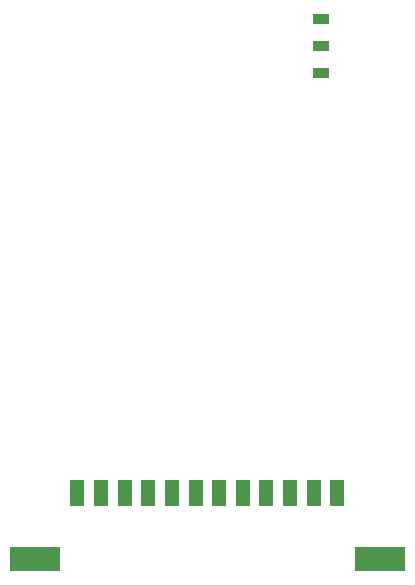
<source format=gbr>
%TF.GenerationSoftware,KiCad,Pcbnew,(6.0.2)*%
%TF.CreationDate,2022-07-14T16:33:34+09:00*%
%TF.ProjectId,Junction,4a756e63-7469-46f6-9e2e-6b696361645f,rev?*%
%TF.SameCoordinates,Original*%
%TF.FileFunction,Paste,Top*%
%TF.FilePolarity,Positive*%
%FSLAX46Y46*%
G04 Gerber Fmt 4.6, Leading zero omitted, Abs format (unit mm)*
G04 Created by KiCad (PCBNEW (6.0.2)) date 2022-07-14 16:33:34*
%MOMM*%
%LPD*%
G01*
G04 APERTURE LIST*
%ADD10R,1.473200X0.889000*%
%ADD11R,4.241800X2.057400*%
%ADD12R,1.244600X2.260600*%
G04 APERTURE END LIST*
D10*
%TO.C,U1*%
X157645100Y-61083000D03*
X157645100Y-63373000D03*
X157645100Y-65663000D03*
%TD*%
D11*
%TO.C,J1*%
X133396000Y-106809800D03*
X162596000Y-106809800D03*
D12*
X136996000Y-101229800D03*
X138996000Y-101229800D03*
X140996000Y-101229800D03*
X142996000Y-101229800D03*
X144996000Y-101229800D03*
X146996000Y-101229800D03*
X148996000Y-101229800D03*
X150996000Y-101229800D03*
X152996000Y-101229800D03*
X154996000Y-101229800D03*
X156996000Y-101229800D03*
X158996000Y-101229800D03*
%TD*%
M02*

</source>
